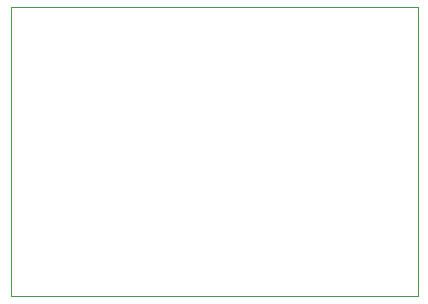
<source format=gbr>
%TF.GenerationSoftware,KiCad,Pcbnew,9.0.0*%
%TF.CreationDate,2025-03-14T20:33:43+05:30*%
%TF.ProjectId,ir-switch,69722d73-7769-4746-9368-2e6b69636164,rev?*%
%TF.SameCoordinates,Original*%
%TF.FileFunction,Profile,NP*%
%FSLAX46Y46*%
G04 Gerber Fmt 4.6, Leading zero omitted, Abs format (unit mm)*
G04 Created by KiCad (PCBNEW 9.0.0) date 2025-03-14 20:33:43*
%MOMM*%
%LPD*%
G01*
G04 APERTURE LIST*
%TA.AperFunction,Profile*%
%ADD10C,0.050000*%
%TD*%
G04 APERTURE END LIST*
D10*
X117500000Y-66000000D02*
X152000000Y-66000000D01*
X152000000Y-90500000D01*
X117500000Y-90500000D01*
X117500000Y-66000000D01*
M02*

</source>
